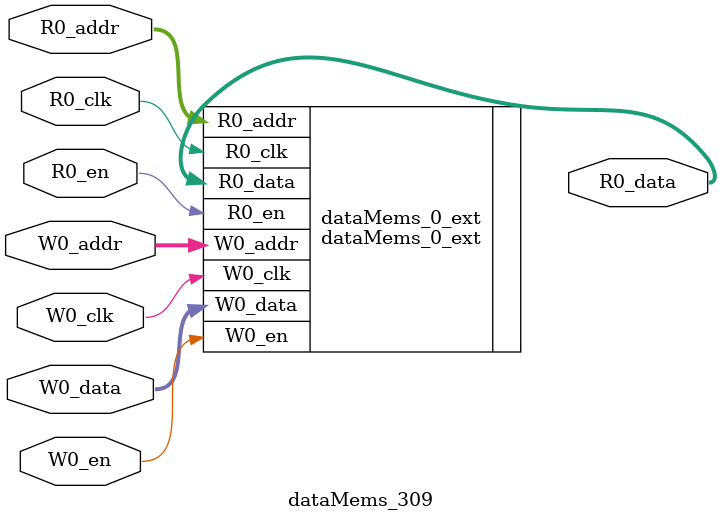
<source format=sv>
`ifndef RANDOMIZE
  `ifdef RANDOMIZE_REG_INIT
    `define RANDOMIZE
  `endif // RANDOMIZE_REG_INIT
`endif // not def RANDOMIZE
`ifndef RANDOMIZE
  `ifdef RANDOMIZE_MEM_INIT
    `define RANDOMIZE
  `endif // RANDOMIZE_MEM_INIT
`endif // not def RANDOMIZE

`ifndef RANDOM
  `define RANDOM $random
`endif // not def RANDOM

// Users can define 'PRINTF_COND' to add an extra gate to prints.
`ifndef PRINTF_COND_
  `ifdef PRINTF_COND
    `define PRINTF_COND_ (`PRINTF_COND)
  `else  // PRINTF_COND
    `define PRINTF_COND_ 1
  `endif // PRINTF_COND
`endif // not def PRINTF_COND_

// Users can define 'ASSERT_VERBOSE_COND' to add an extra gate to assert error printing.
`ifndef ASSERT_VERBOSE_COND_
  `ifdef ASSERT_VERBOSE_COND
    `define ASSERT_VERBOSE_COND_ (`ASSERT_VERBOSE_COND)
  `else  // ASSERT_VERBOSE_COND
    `define ASSERT_VERBOSE_COND_ 1
  `endif // ASSERT_VERBOSE_COND
`endif // not def ASSERT_VERBOSE_COND_

// Users can define 'STOP_COND' to add an extra gate to stop conditions.
`ifndef STOP_COND_
  `ifdef STOP_COND
    `define STOP_COND_ (`STOP_COND)
  `else  // STOP_COND
    `define STOP_COND_ 1
  `endif // STOP_COND
`endif // not def STOP_COND_

// Users can define INIT_RANDOM as general code that gets injected into the
// initializer block for modules with registers.
`ifndef INIT_RANDOM
  `define INIT_RANDOM
`endif // not def INIT_RANDOM

// If using random initialization, you can also define RANDOMIZE_DELAY to
// customize the delay used, otherwise 0.002 is used.
`ifndef RANDOMIZE_DELAY
  `define RANDOMIZE_DELAY 0.002
`endif // not def RANDOMIZE_DELAY

// Define INIT_RANDOM_PROLOG_ for use in our modules below.
`ifndef INIT_RANDOM_PROLOG_
  `ifdef RANDOMIZE
    `ifdef VERILATOR
      `define INIT_RANDOM_PROLOG_ `INIT_RANDOM
    `else  // VERILATOR
      `define INIT_RANDOM_PROLOG_ `INIT_RANDOM #`RANDOMIZE_DELAY begin end
    `endif // VERILATOR
  `else  // RANDOMIZE
    `define INIT_RANDOM_PROLOG_
  `endif // RANDOMIZE
`endif // not def INIT_RANDOM_PROLOG_

// Include register initializers in init blocks unless synthesis is set
`ifndef SYNTHESIS
  `ifndef ENABLE_INITIAL_REG_
    `define ENABLE_INITIAL_REG_
  `endif // not def ENABLE_INITIAL_REG_
`endif // not def SYNTHESIS

// Include rmemory initializers in init blocks unless synthesis is set
`ifndef SYNTHESIS
  `ifndef ENABLE_INITIAL_MEM_
    `define ENABLE_INITIAL_MEM_
  `endif // not def ENABLE_INITIAL_MEM_
`endif // not def SYNTHESIS

module dataMems_309(	// @[generators/ara/src/main/scala/UnsafeAXI4ToTL.scala:365:62]
  input  [4:0]  R0_addr,
  input         R0_en,
  input         R0_clk,
  output [66:0] R0_data,
  input  [4:0]  W0_addr,
  input         W0_en,
  input         W0_clk,
  input  [66:0] W0_data
);

  dataMems_0_ext dataMems_0_ext (	// @[generators/ara/src/main/scala/UnsafeAXI4ToTL.scala:365:62]
    .R0_addr (R0_addr),
    .R0_en   (R0_en),
    .R0_clk  (R0_clk),
    .R0_data (R0_data),
    .W0_addr (W0_addr),
    .W0_en   (W0_en),
    .W0_clk  (W0_clk),
    .W0_data (W0_data)
  );
endmodule


</source>
